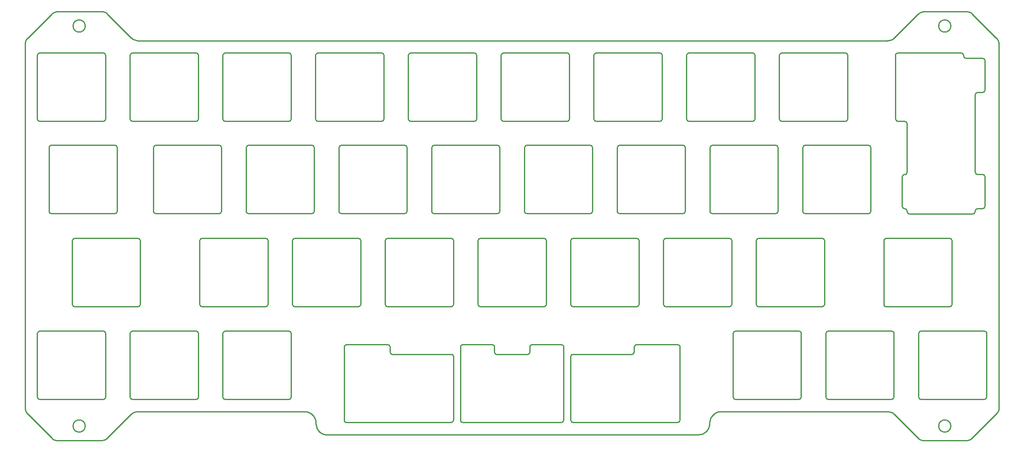
<source format=gm1>
%TF.GenerationSoftware,KiCad,Pcbnew,7.0.6*%
%TF.CreationDate,2023-08-05T15:32:14-04:00*%
%TF.ProjectId,cutiepie-symmetrical-standard-stagger-plate,63757469-6570-4696-952d-73796d6d6574,rev?*%
%TF.SameCoordinates,Original*%
%TF.FileFunction,Profile,NP*%
%FSLAX46Y46*%
G04 Gerber Fmt 4.6, Leading zero omitted, Abs format (unit mm)*
G04 Created by KiCad (PCBNEW 7.0.6) date 2023-08-05 15:32:14*
%MOMM*%
%LPD*%
G01*
G04 APERTURE LIST*
%TA.AperFunction,Profile*%
%ADD10C,0.250000*%
%TD*%
%ADD11C,0.250000*%
G04 APERTURE END LIST*
D10*
X232911371Y-81660974D02*
X232911371Y-81747974D01*
X111967621Y-49192716D02*
X124967621Y-49192716D01*
D11*
X202454832Y-101292716D02*
X202195563Y-101220329D01*
X202015179Y-101031045D01*
X201954832Y-100792716D01*
X249292621Y-119842716D02*
X249220234Y-120101984D01*
X249030950Y-120282368D01*
X248792621Y-120342716D01*
D10*
X73867621Y-49192716D02*
X86867621Y-49192716D01*
X111180007Y-68658716D02*
X111180007Y-81658716D01*
D11*
X97180007Y-68658716D02*
X97252393Y-68399447D01*
X97441677Y-68219063D01*
X97680007Y-68158716D01*
D10*
X246911371Y-73660974D02*
X246911371Y-57784974D01*
X135780007Y-68158716D02*
X148780007Y-68158716D01*
D11*
X126254832Y-101292716D02*
X125995563Y-101220329D01*
X125815179Y-101031045D01*
X125754832Y-100792716D01*
D10*
X211192621Y-106842716D02*
X211192621Y-119842716D01*
X249292621Y-106842716D02*
X249292621Y-119842716D01*
X68777955Y-128281984D02*
X73606441Y-123453598D01*
D11*
X131017621Y-63192716D02*
X130758352Y-63120329D01*
X130577968Y-62931045D01*
X130517621Y-62692716D01*
D10*
X161917121Y-125105474D02*
X141693121Y-125105474D01*
D11*
X246911371Y-81660974D02*
X246983757Y-81401705D01*
X247173041Y-81221321D01*
X247411371Y-81160974D01*
X111967621Y-63192716D02*
X111708352Y-63120329D01*
X111527968Y-62931045D01*
X111467621Y-62692716D01*
X246411371Y-82247974D02*
X246670639Y-82175587D01*
X246851023Y-81986303D01*
X246911371Y-81747974D01*
X232411371Y-81160974D02*
X232670639Y-81233360D01*
X232851023Y-81422644D01*
X232911371Y-81660974D01*
X173380007Y-68658716D02*
X173452393Y-68399447D01*
X173641677Y-68219063D01*
X173880007Y-68158716D01*
D10*
X73367621Y-119842716D02*
X73367621Y-106842716D01*
D11*
X244530121Y-49692974D02*
X244457734Y-49433705D01*
X244268450Y-49253321D01*
X244030121Y-49192974D01*
X228149082Y-87792716D02*
X228221468Y-87533447D01*
X228410752Y-87353063D01*
X228649082Y-87292716D01*
X54317621Y-106842716D02*
X54390007Y-106583447D01*
X54579291Y-106403063D01*
X54817621Y-106342716D01*
X251818004Y-47496387D02*
X251796084Y-47201046D01*
X251731550Y-46914715D01*
X251626236Y-46641820D01*
X251481974Y-46386785D01*
X251300599Y-46154038D01*
X251232210Y-46082174D01*
X241649082Y-87292716D02*
X241908350Y-87365102D01*
X242088734Y-87554386D01*
X242149082Y-87792716D01*
X235292621Y-106842716D02*
X235365007Y-106583447D01*
X235554291Y-106403063D01*
X235792621Y-106342716D01*
X232911371Y-73660974D02*
X232838984Y-73920242D01*
X232649700Y-74100626D01*
X232411371Y-74160974D01*
X248911371Y-50784974D02*
X248838984Y-50525705D01*
X248649700Y-50345321D01*
X248411371Y-50284974D01*
D10*
X185793121Y-125105474D02*
X164355121Y-125105474D01*
X251232210Y-46082174D02*
X246403750Y-41253714D01*
X231030121Y-63197974D02*
X232411371Y-63197974D01*
X187667621Y-62692716D02*
X187667621Y-49692716D01*
D11*
X236571091Y-40667928D02*
X236275751Y-40689846D01*
X235989420Y-40754378D01*
X235716524Y-40859690D01*
X235461489Y-41003951D01*
X235228741Y-41185325D01*
X235156877Y-41253714D01*
X141693121Y-125105474D02*
X141433852Y-125033087D01*
X141253468Y-124843803D01*
X141193121Y-124605474D01*
D10*
X247411371Y-81160974D02*
X248411371Y-81160974D01*
X167830007Y-82158716D02*
X154830007Y-82158716D01*
X113807114Y-127629698D02*
X190101618Y-127629698D01*
X225480007Y-68658716D02*
X225480007Y-81658716D01*
D11*
X74960332Y-87292974D02*
X75219600Y-87365360D01*
X75399984Y-87554644D01*
X75460332Y-87792974D01*
X147693121Y-109105474D02*
X147952389Y-109177860D01*
X148132773Y-109367144D01*
X148193121Y-109605474D01*
D10*
X168330007Y-68658716D02*
X168330007Y-81658716D01*
X149280007Y-68658716D02*
X149280007Y-81658716D01*
X117317121Y-124605474D02*
X117317121Y-109605474D01*
D11*
X230530121Y-62697974D02*
X230602507Y-62957242D01*
X230791791Y-63137626D01*
X231030121Y-63197974D01*
X186880007Y-68158716D02*
X187139275Y-68231102D01*
X187319659Y-68420386D01*
X187380007Y-68658716D01*
X185793121Y-109105474D02*
X186052389Y-109177860D01*
X186232773Y-109367144D01*
X186293121Y-109605474D01*
X230242621Y-119842716D02*
X230170234Y-120101984D01*
X229980950Y-120282368D01*
X229742621Y-120342716D01*
D10*
X148193121Y-109605474D02*
X148193121Y-110610474D01*
X110680007Y-82158716D02*
X97680007Y-82158716D01*
D11*
X117317121Y-109605474D02*
X117389507Y-109346205D01*
X117578791Y-109165821D01*
X117817121Y-109105474D01*
D10*
X67817621Y-120342716D02*
X54817621Y-120342716D01*
X105917621Y-63192716D02*
X92917621Y-63192716D01*
D11*
X192930007Y-82158716D02*
X192670738Y-82086329D01*
X192490354Y-81897045D01*
X192430007Y-81658716D01*
D10*
X224980007Y-82158716D02*
X211980007Y-82158716D01*
D11*
X231911371Y-80660974D02*
X231983757Y-80920242D01*
X232173041Y-81100626D01*
X232411371Y-81160974D01*
D10*
X182117621Y-63192716D02*
X169117621Y-63192716D01*
X228649082Y-87292716D02*
X241649082Y-87292716D01*
X106417621Y-106842716D02*
X106417621Y-119842716D01*
D11*
X139754832Y-100792716D02*
X139682445Y-101051984D01*
X139493161Y-101232368D01*
X139254832Y-101292716D01*
X61960332Y-101292974D02*
X61701063Y-101220587D01*
X61520679Y-101031303D01*
X61460332Y-100792974D01*
X251231805Y-123455434D02*
X251425145Y-123231100D01*
X251581983Y-122983005D01*
X251700485Y-122715572D01*
X251778817Y-122433229D01*
X251815147Y-122140401D01*
X251817606Y-122041227D01*
D10*
X188167621Y-49192716D02*
X201167621Y-49192716D01*
X141693121Y-109105474D02*
X147693121Y-109105474D01*
X74960332Y-101292974D02*
X61960332Y-101292974D01*
D11*
X248792621Y-106342716D02*
X249051889Y-106415102D01*
X249232273Y-106604386D01*
X249292621Y-106842716D01*
X186293121Y-124605474D02*
X186220734Y-124864742D01*
X186031450Y-125045126D01*
X185793121Y-125105474D01*
X92130007Y-81658716D02*
X92057620Y-81917984D01*
X91868336Y-82098368D01*
X91630007Y-82158716D01*
D10*
X164354832Y-87292716D02*
X177354832Y-87292716D01*
X201954832Y-100792716D02*
X201954832Y-87792716D01*
X73606837Y-46082141D02*
X68778410Y-41253714D01*
D11*
X248411371Y-57284974D02*
X248670639Y-57212587D01*
X248851023Y-57023303D01*
X248911371Y-56784974D01*
X163855121Y-111605474D02*
X163927507Y-111346205D01*
X164116791Y-111165821D01*
X164355121Y-111105474D01*
D10*
X211480007Y-81658716D02*
X211480007Y-68658716D01*
X210692621Y-120342716D02*
X197692621Y-120342716D01*
D11*
X105917621Y-49192716D02*
X106176889Y-49265102D01*
X106357273Y-49454386D01*
X106417621Y-49692716D01*
D10*
X101654832Y-87792716D02*
X101654832Y-100792716D01*
D11*
X232411371Y-74160974D02*
X232152102Y-74233360D01*
X231971718Y-74422644D01*
X231911371Y-74660974D01*
X176380121Y-111105474D02*
X176639389Y-111033087D01*
X176819773Y-110843803D01*
X176880121Y-110605474D01*
D10*
X70699007Y-68658581D02*
X70699007Y-81658581D01*
X241948851Y-125869552D02*
G75*
G03*
X241948851Y-125869552I-1250000J0D01*
G01*
X51792621Y-84646702D02*
X51792231Y-122039165D01*
X120704832Y-87792716D02*
X120704832Y-100792716D01*
X232911371Y-63697974D02*
X232911371Y-73660974D01*
X64161162Y-125867709D02*
G75*
G03*
X64161162Y-125867709I-1250000J0D01*
G01*
X235156877Y-41253714D02*
X230328408Y-46082183D01*
X107204832Y-87292716D02*
X120204832Y-87292716D01*
X145304832Y-87292716D02*
X158304832Y-87292716D01*
X78130007Y-81658716D02*
X78130007Y-68658716D01*
D11*
X201667621Y-62692716D02*
X201595234Y-62951984D01*
X201405950Y-63132368D01*
X201167621Y-63192716D01*
X207217621Y-63192716D02*
X206958352Y-63120329D01*
X206777968Y-62931045D01*
X206717621Y-62692716D01*
D10*
X194863345Y-122867975D02*
X228912399Y-122868026D01*
D11*
X124967621Y-49192716D02*
X125226889Y-49265102D01*
X125407273Y-49454386D01*
X125467621Y-49692716D01*
D10*
X117817121Y-109105474D02*
X126230121Y-109105474D01*
X131017621Y-49192716D02*
X144017621Y-49192716D01*
X220717621Y-49692716D02*
X220717621Y-62692716D01*
X139755121Y-111605474D02*
X139755121Y-124605474D01*
D11*
X101654832Y-100792716D02*
X101582445Y-101051984D01*
X101393161Y-101232368D01*
X101154832Y-101292716D01*
X92417621Y-106842716D02*
X92490007Y-106583447D01*
X92679291Y-106403063D01*
X92917621Y-106342716D01*
D10*
X87367621Y-106842716D02*
X87367621Y-119842716D01*
D11*
X92917621Y-63192716D02*
X92658352Y-63120329D01*
X92477968Y-62931045D01*
X92417621Y-62692716D01*
D10*
X207217621Y-49192716D02*
X220217621Y-49192716D01*
D11*
X86867621Y-106342716D02*
X87126889Y-106415102D01*
X87307273Y-106604386D01*
X87367621Y-106842716D01*
D10*
X231911371Y-74660974D02*
X231911371Y-80660974D01*
X139254832Y-101292716D02*
X126254832Y-101292716D01*
D11*
X120704832Y-100792716D02*
X120632445Y-101051984D01*
X120443161Y-101232368D01*
X120204832Y-101292716D01*
X164355121Y-125105474D02*
X164095852Y-125033087D01*
X163915468Y-124843803D01*
X163855121Y-124605474D01*
X54817621Y-120342716D02*
X54558352Y-120270329D01*
X54377968Y-120081045D01*
X54317621Y-119842716D01*
D10*
X87367621Y-49692716D02*
X87367621Y-62692716D01*
D11*
X220217621Y-49192716D02*
X220476889Y-49265102D01*
X220657273Y-49454386D01*
X220717621Y-49692716D01*
X51792231Y-122039165D02*
X51814145Y-122334504D01*
X51878675Y-122620836D01*
X51983985Y-122893733D01*
X52128242Y-123148769D01*
X52309614Y-123381519D01*
X52378002Y-123453385D01*
D10*
X135280007Y-81658716D02*
X135280007Y-68658716D01*
D11*
X196404832Y-87292716D02*
X196664100Y-87365102D01*
X196844484Y-87554386D01*
X196904832Y-87792716D01*
D10*
X97180007Y-81658716D02*
X97180007Y-68658716D01*
D11*
X228912399Y-122868026D02*
X229207741Y-122889945D01*
X229494075Y-122954479D01*
X229766973Y-123059794D01*
X230022010Y-123204058D01*
X230254759Y-123385436D01*
X230326624Y-123453827D01*
X231030121Y-49192974D02*
X230770852Y-49265360D01*
X230590468Y-49454644D01*
X230530121Y-49692974D01*
D10*
X127230121Y-111105474D02*
X139255121Y-111105474D01*
X57199007Y-68158581D02*
X70199007Y-68158581D01*
D11*
X248911371Y-74660974D02*
X248838984Y-74401705D01*
X248649700Y-74221321D01*
X248411371Y-74160974D01*
X220717621Y-62692716D02*
X220645234Y-62951984D01*
X220455950Y-63132368D01*
X220217621Y-63192716D01*
X187667621Y-49692716D02*
X187740007Y-49433447D01*
X187929291Y-49253063D01*
X188167621Y-49192716D01*
X116730007Y-82158716D02*
X116470738Y-82086329D01*
X116290354Y-81897045D01*
X116230007Y-81658716D01*
X67363735Y-128867755D02*
X67659074Y-128845840D01*
X67945406Y-128781310D01*
X68218303Y-128676000D01*
X68473339Y-128531743D01*
X68706089Y-128350371D01*
X68777955Y-128281984D01*
X173880007Y-82158716D02*
X173620738Y-82086329D01*
X173440354Y-81897045D01*
X173380007Y-81658716D01*
X177354832Y-87292716D02*
X177614100Y-87365102D01*
X177794484Y-87554386D01*
X177854832Y-87792716D01*
D10*
X51792621Y-47496355D02*
X51792621Y-84646702D01*
X67818007Y-63192974D02*
X54818007Y-63192974D01*
D11*
X148780007Y-68158716D02*
X149039275Y-68231102D01*
X149219659Y-68420386D01*
X149280007Y-68658716D01*
D10*
X154330007Y-81658716D02*
X154330007Y-68658716D01*
X177354832Y-101292716D02*
X164354832Y-101292716D01*
X248911371Y-56784974D02*
X248911371Y-50784974D01*
X241649082Y-101292716D02*
X228649082Y-101292716D01*
D11*
X176880121Y-109610474D02*
X176952507Y-109351205D01*
X177141791Y-109170821D01*
X177380121Y-109110474D01*
D10*
X139754832Y-87792716D02*
X139754832Y-100792716D01*
X248411371Y-74160974D02*
X247411371Y-74160974D01*
X74996336Y-122867974D02*
X109045390Y-122867974D01*
X144804832Y-100792716D02*
X144804832Y-87792716D01*
D11*
X158804832Y-100792716D02*
X158732445Y-101051984D01*
X158543161Y-101232368D01*
X158304832Y-101292716D01*
X149567621Y-49692716D02*
X149640007Y-49433447D01*
X149829291Y-49253063D01*
X150067621Y-49192716D01*
X158304832Y-87292716D02*
X158564100Y-87365102D01*
X158744484Y-87554386D01*
X158804832Y-87792716D01*
D10*
X216742621Y-106342716D02*
X229742621Y-106342716D01*
D11*
X215454832Y-87292716D02*
X215714100Y-87365102D01*
X215894484Y-87554386D01*
X215954832Y-87792716D01*
X120204832Y-87292716D02*
X120464100Y-87365102D01*
X120644484Y-87554386D01*
X120704832Y-87792716D01*
X125754832Y-87792716D02*
X125827218Y-87533447D01*
X126016502Y-87353063D01*
X126254832Y-87292716D01*
D10*
X215954832Y-87792716D02*
X215954832Y-100792716D01*
D11*
X68317621Y-119842716D02*
X68245234Y-120101984D01*
X68055950Y-120282368D01*
X67817621Y-120342716D01*
D10*
X75460332Y-87792974D02*
X75460332Y-100792974D01*
X149567621Y-62692716D02*
X149567621Y-49692716D01*
D11*
X91630007Y-68158716D02*
X91889275Y-68231102D01*
X92069659Y-68420386D01*
X92130007Y-68658716D01*
X182617621Y-62692716D02*
X182545234Y-62951984D01*
X182355950Y-63132368D01*
X182117621Y-63192716D01*
D10*
X206430007Y-68658716D02*
X206430007Y-81658716D01*
D11*
X130230007Y-81658716D02*
X130157620Y-81917984D01*
X129968336Y-82098368D01*
X129730007Y-82158716D01*
X92417621Y-49692716D02*
X92490007Y-49433447D01*
X92679291Y-49253063D01*
X92917621Y-49192716D01*
X92917621Y-120342716D02*
X92658352Y-120270329D01*
X92477968Y-120081045D01*
X92417621Y-119842716D01*
X215954832Y-100792716D02*
X215882445Y-101051984D01*
X215693161Y-101232368D01*
X215454832Y-101292716D01*
X52378407Y-46082141D02*
X52185069Y-46306476D01*
X52028234Y-46554573D01*
X51909735Y-46822007D01*
X51831405Y-47104352D01*
X51795078Y-47397180D01*
X51792621Y-47496355D01*
D10*
X182904832Y-100792716D02*
X182904832Y-87792716D01*
D11*
X139755121Y-124605474D02*
X139682734Y-124864742D01*
X139493450Y-125045126D01*
X139255121Y-125105474D01*
D10*
X197692621Y-106342716D02*
X210692621Y-106342716D01*
D11*
X163567621Y-62692716D02*
X163495234Y-62951984D01*
X163305950Y-63132368D01*
X163067621Y-63192716D01*
X73367621Y-49692716D02*
X73440007Y-49433447D01*
X73629291Y-49253063D01*
X73867621Y-49192716D01*
X168617621Y-49692716D02*
X168690007Y-49433447D01*
X168879291Y-49253063D01*
X169117621Y-49192716D01*
X75021051Y-46667927D02*
X74725711Y-46646008D01*
X74439380Y-46581476D01*
X74166484Y-46476164D01*
X73911449Y-46331903D01*
X73678701Y-46150529D01*
X73606837Y-46082141D01*
D10*
X64161162Y-43667927D02*
G75*
G03*
X64161162Y-43667927I-1250000J0D01*
G01*
X244530121Y-49784974D02*
X244530121Y-49692974D01*
D11*
X111180007Y-81658716D02*
X111107620Y-81917984D01*
X110918336Y-82098368D01*
X110680007Y-82158716D01*
X154830007Y-82158716D02*
X154570738Y-82086329D01*
X154390354Y-81897045D01*
X154330007Y-81658716D01*
X57206379Y-128281862D02*
X57430712Y-128475202D01*
X57678807Y-128632040D01*
X57946240Y-128750542D01*
X58228583Y-128828875D01*
X58521411Y-128865204D01*
X58620586Y-128867664D01*
X88154832Y-101292716D02*
X87895563Y-101220329D01*
X87715179Y-101031045D01*
X87654832Y-100792716D01*
D10*
X241948851Y-43667946D02*
G75*
G03*
X241948851Y-43667946I-1250000J0D01*
G01*
X163854832Y-100792716D02*
X163854832Y-87792716D01*
X176880121Y-110605474D02*
X176880121Y-109610474D01*
D11*
X116230007Y-68658716D02*
X116302393Y-68399447D01*
X116491677Y-68219063D01*
X116730007Y-68158716D01*
D10*
X54318007Y-62692974D02*
X54318007Y-49692974D01*
X97680007Y-68158716D02*
X110680007Y-68158716D01*
D11*
X224980007Y-68158716D02*
X225239275Y-68231102D01*
X225419659Y-68420386D01*
X225480007Y-68658716D01*
X73867621Y-63192716D02*
X73608352Y-63120329D01*
X73427968Y-62931045D01*
X73367621Y-62692716D01*
X68778410Y-41253714D02*
X68554074Y-41060375D01*
X68305977Y-40903540D01*
X68038543Y-40785041D01*
X67756199Y-40706711D01*
X67463371Y-40670384D01*
X67364197Y-40667927D01*
D10*
X173880007Y-68158716D02*
X186880007Y-68158716D01*
D11*
X117817121Y-125105474D02*
X117557852Y-125033087D01*
X117377468Y-124843803D01*
X117317121Y-124605474D01*
D10*
X168617621Y-62692716D02*
X168617621Y-49692716D01*
D11*
X141193121Y-109605474D02*
X141265507Y-109346205D01*
X141454791Y-109165821D01*
X141693121Y-109105474D01*
D10*
X247411371Y-57284974D02*
X248411371Y-57284974D01*
X144517621Y-49692716D02*
X144517621Y-62692716D01*
D11*
X163854832Y-87792716D02*
X163927218Y-87533447D01*
X164116502Y-87353063D01*
X164354832Y-87292716D01*
D10*
X235292621Y-119842716D02*
X235292621Y-106842716D01*
D11*
X87367621Y-119842716D02*
X87295234Y-120101984D01*
X87105950Y-120282368D01*
X86867621Y-120342716D01*
D10*
X54818007Y-49192974D02*
X67818007Y-49192974D01*
X186293121Y-109605474D02*
X186293121Y-124605474D01*
X229742621Y-120342716D02*
X216742621Y-120342716D01*
X192930007Y-68158716D02*
X205930007Y-68158716D01*
X52378002Y-123453385D02*
X57206379Y-128281862D01*
X202454832Y-87292716D02*
X215454832Y-87292716D01*
X197192621Y-119842716D02*
X197192621Y-106842716D01*
X120204832Y-101292716D02*
X107204832Y-101292716D01*
D11*
X169117621Y-63192716D02*
X168858352Y-63120329D01*
X168677968Y-62931045D01*
X168617621Y-62692716D01*
D10*
X162417121Y-109605474D02*
X162417121Y-124605474D01*
X54817621Y-106342716D02*
X67817621Y-106342716D01*
X54317621Y-119842716D02*
X54317621Y-106842716D01*
X141193121Y-124605474D02*
X141193121Y-109605474D01*
D11*
X206430007Y-81658716D02*
X206357620Y-81917984D01*
X206168336Y-82098368D01*
X205930007Y-82158716D01*
X201167621Y-49192716D02*
X201426889Y-49265102D01*
X201607273Y-49454386D01*
X201667621Y-49692716D01*
X197192621Y-106842716D02*
X197265007Y-106583447D01*
X197454291Y-106403063D01*
X197692621Y-106342716D01*
X244989075Y-128869615D02*
X245284414Y-128847700D01*
X245570746Y-128783170D01*
X245843643Y-128677860D01*
X246098679Y-128533602D01*
X246331429Y-128352231D01*
X246403295Y-128283843D01*
D10*
X58620586Y-128867664D02*
X67363735Y-128867755D01*
X158804832Y-87792716D02*
X158804832Y-100792716D01*
D11*
X68318007Y-62692974D02*
X68245620Y-62952242D01*
X68056336Y-63132626D01*
X67818007Y-63192974D01*
X235156421Y-128283726D02*
X235380754Y-128477066D01*
X235628850Y-128633903D01*
X235896283Y-128752405D01*
X236178626Y-128830738D01*
X236471454Y-128867067D01*
X236570629Y-128869527D01*
D10*
X205930007Y-82158716D02*
X192930007Y-82158716D01*
D11*
X101154832Y-87292716D02*
X101414100Y-87365102D01*
X101594484Y-87554386D01*
X101654832Y-87792716D01*
D10*
X116230007Y-81658716D02*
X116230007Y-68658716D01*
D11*
X144517621Y-62692716D02*
X144445234Y-62951984D01*
X144255950Y-63132368D01*
X144017621Y-63192716D01*
D10*
X248792621Y-120342716D02*
X235792621Y-120342716D01*
D11*
X168330007Y-81658716D02*
X168257620Y-81917984D01*
X168068336Y-82098368D01*
X167830007Y-82158716D01*
D10*
X230326624Y-123453827D02*
X235156421Y-128283726D01*
D11*
X97680007Y-82158716D02*
X97420738Y-82086329D01*
X97240354Y-81897045D01*
X97180007Y-81658716D01*
D10*
X92917621Y-106342716D02*
X105917621Y-106342716D01*
D11*
X73606441Y-123453598D02*
X73827046Y-123263031D01*
X74070794Y-123107768D01*
X74333472Y-122989581D01*
X74610866Y-122910247D01*
X74898764Y-122871541D01*
X74996336Y-122867974D01*
D10*
X230530121Y-49692974D02*
X230530121Y-62697974D01*
X73367621Y-62692716D02*
X73367621Y-49692716D01*
X125754832Y-100792716D02*
X125754832Y-87792716D01*
X244989537Y-40667928D02*
X236571091Y-40667928D01*
X105917621Y-120342716D02*
X92917621Y-120342716D01*
D11*
X162417121Y-124605474D02*
X162344734Y-124864742D01*
X162155450Y-125045126D01*
X161917121Y-125105474D01*
D10*
X173380007Y-81658716D02*
X173380007Y-68658716D01*
D11*
X61460332Y-87792974D02*
X61532718Y-87533705D01*
X61722002Y-87353321D01*
X61960332Y-87292974D01*
D10*
X57206835Y-41253714D02*
X52378407Y-46082141D01*
D11*
X135280007Y-68658716D02*
X135352393Y-68399447D01*
X135541677Y-68219063D01*
X135780007Y-68158716D01*
X87654832Y-87792716D02*
X87727218Y-87533447D01*
X87916502Y-87353063D01*
X88154832Y-87292716D01*
D10*
X246403295Y-128283843D02*
X251231805Y-123455434D01*
D11*
X192363341Y-125368004D02*
X192363341Y-125367971D01*
D10*
X126730121Y-109610474D02*
X126730121Y-110605474D01*
X144017621Y-63192716D02*
X131017621Y-63192716D01*
D11*
X211192621Y-119842716D02*
X211120234Y-120101984D01*
X210930950Y-120282368D01*
X210692621Y-120342716D01*
X110680007Y-68158716D02*
X110939275Y-68231102D01*
X111119659Y-68420386D01*
X111180007Y-68658716D01*
D10*
X169117621Y-49192716D02*
X182117621Y-49192716D01*
D11*
X149280007Y-81658716D02*
X149207620Y-81917984D01*
X149018336Y-82098368D01*
X148780007Y-82158716D01*
X70199007Y-68158581D02*
X70458275Y-68230967D01*
X70638659Y-68420251D01*
X70699007Y-68658581D01*
X86867621Y-49192716D02*
X87126889Y-49265102D01*
X87307273Y-49454386D01*
X87367621Y-49692716D01*
D10*
X88154832Y-87292716D02*
X101154832Y-87292716D01*
X244030121Y-49192974D02*
X231030121Y-49192974D01*
X106417621Y-49692716D02*
X106417621Y-62692716D01*
D11*
X78630007Y-82158716D02*
X78370738Y-82086329D01*
X78190354Y-81897045D01*
X78130007Y-81658716D01*
D10*
X148780007Y-82158716D02*
X135780007Y-82158716D01*
D11*
X182117621Y-49192716D02*
X182376889Y-49265102D01*
X182557273Y-49454386D01*
X182617621Y-49692716D01*
D10*
X164355121Y-111105474D02*
X176380121Y-111105474D01*
X158304832Y-101292716D02*
X145304832Y-101292716D01*
D11*
X58621048Y-40667927D02*
X58325708Y-40689845D01*
X58039377Y-40754377D01*
X57766481Y-40859690D01*
X57511447Y-41003950D01*
X57278699Y-41185325D01*
X57206835Y-41253714D01*
X161917121Y-109105474D02*
X162176389Y-109177860D01*
X162356773Y-109367144D01*
X162417121Y-109605474D01*
D10*
X201167621Y-63192716D02*
X188167621Y-63192716D01*
X177854832Y-87792716D02*
X177854832Y-100792716D01*
X92130007Y-68658716D02*
X92130007Y-81658716D01*
X228149082Y-100792716D02*
X228149082Y-87792716D01*
D11*
X145304832Y-101292716D02*
X145045563Y-101220329D01*
X144865179Y-101031045D01*
X144804832Y-100792716D01*
X111545390Y-125367974D02*
X111571450Y-125712412D01*
X111647072Y-126040541D01*
X111768420Y-126348525D01*
X111931656Y-126632525D01*
X112132944Y-126888706D01*
X112368447Y-127113230D01*
X112634327Y-127302260D01*
X112926748Y-127451960D01*
X113241873Y-127558492D01*
X113575865Y-127618020D01*
X113807114Y-127629698D01*
D10*
X183404832Y-87292716D02*
X196404832Y-87292716D01*
D11*
X135780007Y-82158716D02*
X135520738Y-82086329D01*
X135340354Y-81897045D01*
X135280007Y-81658716D01*
X154917121Y-111110474D02*
X155176389Y-111038087D01*
X155356773Y-110848803D01*
X155417121Y-110610474D01*
X106417621Y-62692716D02*
X106345234Y-62951984D01*
X106155950Y-63132368D01*
X105917621Y-63192716D01*
D10*
X163567621Y-49692716D02*
X163567621Y-62692716D01*
X150067621Y-49192716D02*
X163067621Y-49192716D01*
X187380007Y-68658716D02*
X187380007Y-81658716D01*
D11*
X182904832Y-87792716D02*
X182977218Y-87533447D01*
X183166502Y-87353063D01*
X183404832Y-87292716D01*
X56699007Y-68658581D02*
X56771393Y-68399312D01*
X56960677Y-68218928D01*
X57199007Y-68158581D01*
D10*
X196404832Y-101292716D02*
X183404832Y-101292716D01*
D11*
X247411371Y-74160974D02*
X247152102Y-74088587D01*
X246971718Y-73899303D01*
X246911371Y-73660974D01*
X154330007Y-68658716D02*
X154402393Y-68399447D01*
X154591677Y-68219063D01*
X154830007Y-68158716D01*
X211980007Y-82158716D02*
X211720738Y-82086329D01*
X211540354Y-81897045D01*
X211480007Y-81658716D01*
X232411371Y-63197974D02*
X232670639Y-63270360D01*
X232851023Y-63459644D01*
X232911371Y-63697974D01*
D10*
X163067621Y-63192716D02*
X150067621Y-63192716D01*
D11*
X177854832Y-100792716D02*
X177782445Y-101051984D01*
X177593161Y-101232368D01*
X177354832Y-101292716D01*
X144017621Y-49192716D02*
X144276889Y-49265102D01*
X144457273Y-49454386D01*
X144517621Y-49692716D01*
X73367621Y-106842716D02*
X73440007Y-106583447D01*
X73629291Y-106403063D01*
X73867621Y-106342716D01*
D10*
X106704832Y-100792716D02*
X106704832Y-87792716D01*
X92417621Y-119842716D02*
X92417621Y-106842716D01*
D11*
X210692621Y-106342716D02*
X210951889Y-106415102D01*
X211132273Y-106604386D01*
X211192621Y-106842716D01*
X192430007Y-68658716D02*
X192502393Y-68399447D01*
X192691677Y-68219063D01*
X192930007Y-68158716D01*
X67817621Y-106342716D02*
X68076889Y-106415102D01*
X68257273Y-106604386D01*
X68317621Y-106842716D01*
X150067621Y-63192716D02*
X149808352Y-63120329D01*
X149627968Y-62931045D01*
X149567621Y-62692716D01*
D10*
X67364197Y-40667927D02*
X58621048Y-40667927D01*
X186880007Y-82158716D02*
X173880007Y-82158716D01*
D11*
X125467621Y-62692716D02*
X125395234Y-62951984D01*
X125205950Y-63132368D01*
X124967621Y-63192716D01*
X183404832Y-101292716D02*
X183145563Y-101220329D01*
X182965179Y-101031045D01*
X182904832Y-100792716D01*
D10*
X154830007Y-68158716D02*
X167830007Y-68158716D01*
X236570629Y-128869527D02*
X244989075Y-128869615D01*
X155917121Y-109105474D02*
X161917121Y-109105474D01*
D11*
X242149082Y-100792716D02*
X242076695Y-101051984D01*
X241887411Y-101232368D01*
X241649082Y-101292716D01*
D10*
X124967621Y-63192716D02*
X111967621Y-63192716D01*
X220217621Y-63192716D02*
X207217621Y-63192716D01*
X130230007Y-68658716D02*
X130230007Y-81658716D01*
X216242621Y-119842716D02*
X216242621Y-106842716D01*
D11*
X144804832Y-87792716D02*
X144877218Y-87533447D01*
X145066502Y-87353063D01*
X145304832Y-87292716D01*
D10*
X61460332Y-100792974D02*
X61460332Y-87792974D01*
D11*
X229742621Y-106342716D02*
X230001889Y-106415102D01*
X230182273Y-106604386D01*
X230242621Y-106842716D01*
D10*
X233411371Y-82247974D02*
X246411371Y-82247974D01*
X78630007Y-68158716D02*
X91630007Y-68158716D01*
D11*
X106704832Y-87792716D02*
X106777218Y-87533447D01*
X106966502Y-87353063D01*
X107204832Y-87292716D01*
X78130007Y-68658716D02*
X78202393Y-68399447D01*
X78391677Y-68219063D01*
X78630007Y-68158716D01*
D10*
X68318007Y-49692974D02*
X68318007Y-62692974D01*
X126254832Y-87292716D02*
X139254832Y-87292716D01*
X86867621Y-63192716D02*
X73867621Y-63192716D01*
D11*
X190101618Y-127629698D02*
X190446053Y-127603638D01*
X190774179Y-127528017D01*
X191082160Y-127406671D01*
X191366159Y-127243437D01*
X191622339Y-127042152D01*
X191846863Y-126806653D01*
X192035894Y-126540776D01*
X192185595Y-126248359D01*
X192292129Y-125933237D01*
X192351661Y-125599249D01*
X192363341Y-125368004D01*
D10*
X230242621Y-106842716D02*
X230242621Y-119842716D01*
X139255121Y-125105474D02*
X117817121Y-125105474D01*
D11*
X216742621Y-120342716D02*
X216483352Y-120270329D01*
X216302968Y-120081045D01*
X216242621Y-119842716D01*
X164354832Y-101292716D02*
X164095563Y-101220329D01*
X163915179Y-101031045D01*
X163854832Y-100792716D01*
X126730121Y-110605474D02*
X126802507Y-110864742D01*
X126991791Y-111045126D01*
X127230121Y-111105474D01*
D10*
X125467621Y-49692716D02*
X125467621Y-62692716D01*
X177380121Y-109110474D02*
X185793121Y-109110474D01*
D11*
X105917621Y-106342716D02*
X106176889Y-106415102D01*
X106357273Y-106604386D01*
X106417621Y-106842716D01*
X148193121Y-110610474D02*
X148265507Y-110869742D01*
X148454791Y-111050126D01*
X148693121Y-111110474D01*
D10*
X206717621Y-62692716D02*
X206717621Y-49692716D01*
D11*
X167830007Y-68158716D02*
X168089275Y-68231102D01*
X168269659Y-68420386D01*
X168330007Y-68658716D01*
D10*
X126230121Y-109105474D02*
X126230121Y-109110474D01*
X92417621Y-62692716D02*
X92417621Y-49692716D01*
X228914194Y-46667969D02*
X75021051Y-46667927D01*
X92917621Y-49192716D02*
X105917621Y-49192716D01*
D11*
X188167621Y-63192716D02*
X187908352Y-63120329D01*
X187727968Y-62931045D01*
X187667621Y-62692716D01*
X70699007Y-81658581D02*
X70626620Y-81917849D01*
X70437336Y-82098233D01*
X70199007Y-82158581D01*
X107204832Y-101292716D02*
X106945563Y-101220329D01*
X106765179Y-101031045D01*
X106704832Y-100792716D01*
X130517621Y-49692716D02*
X130590007Y-49433447D01*
X130779291Y-49253063D01*
X131017621Y-49192716D01*
X201954832Y-87792716D02*
X202027218Y-87533447D01*
X202216502Y-87353063D01*
X202454832Y-87292716D01*
X232911371Y-81747974D02*
X232983757Y-82007242D01*
X233173041Y-82187626D01*
X233411371Y-82247974D01*
D10*
X91630007Y-82158716D02*
X78630007Y-82158716D01*
X215454832Y-101292716D02*
X202454832Y-101292716D01*
X248411371Y-50284974D02*
X245030121Y-50284974D01*
X246911371Y-81747974D02*
X246911371Y-81660974D01*
X86867621Y-120342716D02*
X73867621Y-120342716D01*
X68317621Y-106842716D02*
X68317621Y-119842716D01*
D11*
X192363341Y-125367971D02*
X192376248Y-125112360D01*
X192414132Y-124864133D01*
X192515041Y-124508387D01*
X192665079Y-124176323D01*
X192860004Y-123872181D01*
X193095576Y-123600205D01*
X193367554Y-123364634D01*
X193671695Y-123169709D01*
X194003760Y-123019673D01*
X194359507Y-122918765D01*
X194607734Y-122880881D01*
X194863345Y-122867975D01*
X109045390Y-122867974D02*
X109301000Y-122880881D01*
X109549227Y-122918765D01*
X109904973Y-123019673D01*
X110237038Y-123169710D01*
X110541179Y-123364635D01*
X110813157Y-123600207D01*
X111048728Y-123872184D01*
X111243653Y-124176325D01*
X111393690Y-124508390D01*
X111494598Y-124864137D01*
X111532482Y-125112363D01*
X111545390Y-125367974D01*
X206717621Y-49692716D02*
X206790007Y-49433447D01*
X206979291Y-49253063D01*
X207217621Y-49192716D01*
X216242621Y-106842716D02*
X216315007Y-106583447D01*
X216504291Y-106403063D01*
X216742621Y-106342716D01*
D10*
X116730007Y-68158716D02*
X129730007Y-68158716D01*
X185793121Y-109110474D02*
X185793121Y-109105474D01*
D11*
X67818007Y-49192974D02*
X68077275Y-49265360D01*
X68257659Y-49454644D01*
X68318007Y-49692974D01*
X205930007Y-68158716D02*
X206189275Y-68231102D01*
X206369659Y-68420386D01*
X206430007Y-68658716D01*
X225480007Y-81658716D02*
X225407620Y-81917984D01*
X225218336Y-82098368D01*
X224980007Y-82158716D01*
X57199007Y-82158581D02*
X56939738Y-82086194D01*
X56759354Y-81896910D01*
X56699007Y-81658581D01*
D10*
X73867621Y-106342716D02*
X86867621Y-106342716D01*
X101154832Y-101292716D02*
X88154832Y-101292716D01*
D11*
X106417621Y-119842716D02*
X106345234Y-120101984D01*
X106155950Y-120282368D01*
X105917621Y-120342716D01*
D10*
X87654832Y-100792716D02*
X87654832Y-87792716D01*
X163855121Y-124605474D02*
X163855121Y-111605474D01*
D11*
X228649082Y-101292716D02*
X228389813Y-101220329D01*
X228209429Y-101031045D01*
X228149082Y-100792716D01*
X246911371Y-57784974D02*
X246983757Y-57525705D01*
X247173041Y-57345321D01*
X247411371Y-57284974D01*
D10*
X196904832Y-87792716D02*
X196904832Y-100792716D01*
X242149082Y-87792716D02*
X242149082Y-100792716D01*
X129730007Y-82158716D02*
X116730007Y-82158716D01*
X111467621Y-62692716D02*
X111467621Y-49692716D01*
D11*
X248411371Y-81160974D02*
X248670639Y-81088587D01*
X248851023Y-80899303D01*
X248911371Y-80660974D01*
D10*
X130517621Y-62692716D02*
X130517621Y-49692716D01*
X235792621Y-106342716D02*
X248792621Y-106342716D01*
D11*
X87367621Y-62692716D02*
X87295234Y-62951984D01*
X87105950Y-63132368D01*
X86867621Y-63192716D01*
D10*
X155417121Y-110610474D02*
X155417121Y-109605474D01*
D11*
X73867621Y-120342716D02*
X73608352Y-120270329D01*
X73427968Y-120081045D01*
X73367621Y-119842716D01*
X139255121Y-111105474D02*
X139514389Y-111177860D01*
X139694773Y-111367144D01*
X139755121Y-111605474D01*
X155417121Y-109605474D02*
X155489507Y-109346205D01*
X155678791Y-109165821D01*
X155917121Y-109105474D01*
X139254832Y-87292716D02*
X139514100Y-87365102D01*
X139694484Y-87554386D01*
X139754832Y-87792716D01*
D10*
X192430007Y-81658716D02*
X192430007Y-68658716D01*
D11*
X230328408Y-46082183D02*
X230104072Y-46275521D01*
X229855975Y-46432356D01*
X229588541Y-46550855D01*
X229306196Y-46629185D01*
X229013368Y-46665511D01*
X228914194Y-46667969D01*
X126230121Y-109110474D02*
X126489389Y-109182860D01*
X126669773Y-109372144D01*
X126730121Y-109610474D01*
D10*
X211980007Y-68158716D02*
X224980007Y-68158716D01*
D11*
X129730007Y-68158716D02*
X129989275Y-68231102D01*
X130169659Y-68420386D01*
X130230007Y-68658716D01*
D10*
X148693121Y-111110474D02*
X154917121Y-111110474D01*
D11*
X197692621Y-120342716D02*
X197433352Y-120270329D01*
X197252968Y-120081045D01*
X197192621Y-119842716D01*
X54818007Y-63192974D02*
X54558738Y-63120587D01*
X54378354Y-62931303D01*
X54318007Y-62692974D01*
D10*
X248911371Y-80660974D02*
X248911371Y-74660974D01*
X70199007Y-82158581D02*
X57199007Y-82158581D01*
X182617621Y-49692716D02*
X182617621Y-62692716D01*
X61960332Y-87292974D02*
X74960332Y-87292974D01*
D11*
X75460332Y-100792974D02*
X75387945Y-101052242D01*
X75198661Y-101232626D01*
X74960332Y-101292974D01*
X245030121Y-50284974D02*
X244770852Y-50212587D01*
X244590468Y-50023303D01*
X244530121Y-49784974D01*
D10*
X56699007Y-81658581D02*
X56699007Y-68658581D01*
D11*
X196904832Y-100792716D02*
X196832445Y-101051984D01*
X196643161Y-101232368D01*
X196404832Y-101292716D01*
D10*
X201667621Y-49692716D02*
X201667621Y-62692716D01*
X251817606Y-122041227D02*
X251818004Y-47496387D01*
D11*
X246403750Y-41253714D02*
X246179414Y-41060375D01*
X245931317Y-40903540D01*
X245663883Y-40785041D01*
X245381539Y-40706712D01*
X245088711Y-40670385D01*
X244989537Y-40667928D01*
X163067621Y-49192716D02*
X163326889Y-49265102D01*
X163507273Y-49454386D01*
X163567621Y-49692716D01*
X211480007Y-68658716D02*
X211552393Y-68399447D01*
X211741677Y-68219063D01*
X211980007Y-68158716D01*
X111467621Y-49692716D02*
X111540007Y-49433447D01*
X111729291Y-49253063D01*
X111967621Y-49192716D01*
X187380007Y-81658716D02*
X187307620Y-81917984D01*
X187118336Y-82098368D01*
X186880007Y-82158716D01*
X54318007Y-49692974D02*
X54390393Y-49433705D01*
X54579677Y-49253321D01*
X54818007Y-49192974D01*
X235792621Y-120342716D02*
X235533352Y-120270329D01*
X235352968Y-120081045D01*
X235292621Y-119842716D01*
M02*

</source>
